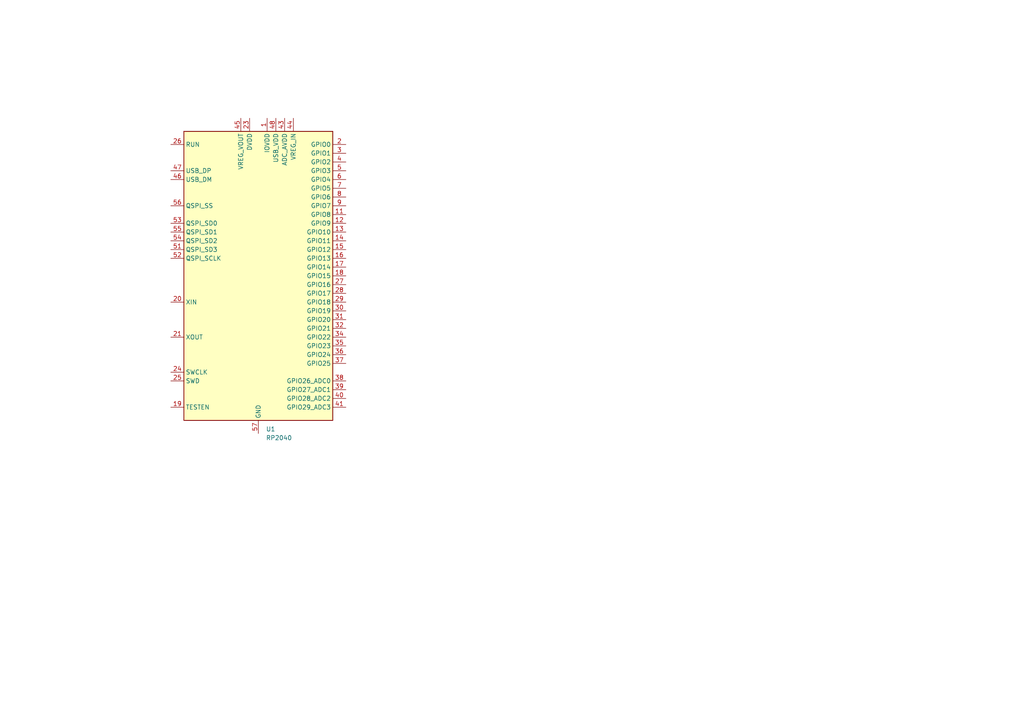
<source format=kicad_sch>
(kicad_sch (version 20231120) (generator "eeschema") (generator_version "8.0")
  (paper "A4")
  (lib_symbols
    (symbol "MCU_RaspberryPi:RP2040"
      (property "Reference" "U" (at 17.78 45.72 0))
      (property "Value" "RP2040" (at 17.78 43.18 0))
      (symbol "RP2040_0_1"
        (rectangle (start -21.59 41.91) (end 21.59 -41.91) (stroke (width 0.254)) (fill (type background)))
      )
      (symbol "RP2040_1_1"
        (pin power_in line (at 2.54 45.72 270) (length 3.81) (name "IOVDD") (number "1"))
        (pin passive line (at 2.54 45.72 270) (length 3.81) hide (name "IOVDD") (number "10"))
        (pin bidirectional line (at 25.4 17.78 180) (length 3.81) (name "GPIO8") (number "11"))
        (pin bidirectional line (at 25.4 15.24 180) (length 3.81) (name "GPIO9") (number "12"))
        (pin bidirectional line (at 25.4 12.7 180) (length 3.81) (name "GPIO10") (number "13"))
        (pin bidirectional line (at 25.4 10.16 180) (length 3.81) (name "GPIO11") (number "14"))
        (pin bidirectional line (at 25.4 7.62 180) (length 3.81) (name "GPIO12") (number "15"))
        (pin bidirectional line (at 25.4 5.08 180) (length 3.81) (name "GPIO13") (number "16"))
        (pin bidirectional line (at 25.4 2.54 180) (length 3.81) (name "GPIO14") (number "17"))
        (pin bidirectional line (at 25.4 0 180) (length 3.81) (name "GPIO15") (number "18"))
        (pin input line (at -25.4 -38.1 0) (length 3.81) (name "TESTEN") (number "19"))
        (pin bidirectional line (at 25.4 38.1 180) (length 3.81) (name "GPIO0") (number "2"))
        (pin input line (at -25.4 -7.62 0) (length 3.81) (name "XIN") (number "20"))
        (pin passive line (at -25.4 -17.78 0) (length 3.81) (name "XOUT") (number "21"))
        (pin passive line (at 2.54 45.72 270) (length 3.81) hide (name "IOVDD") (number "22"))
        (pin power_in line (at -2.54 45.72 270) (length 3.81) (name "DVDD") (number "23"))
        (pin input line (at -25.4 -27.94 0) (length 3.81) (name "SWCLK") (number "24"))
        (pin bidirectional line (at -25.4 -30.48 0) (length 3.81) (name "SWD") (number "25"))
        (pin input line (at -25.4 38.1 0) (length 3.81) (name "RUN") (number "26"))
        (pin bidirectional line (at 25.4 -2.54 180) (length 3.81) (name "GPIO16") (number "27"))
        (pin bidirectional line (at 25.4 -5.08 180) (length 3.81) (name "GPIO17") (number "28"))
        (pin bidirectional line (at 25.4 -7.62 180) (length 3.81) (name "GPIO18") (number "29"))
        (pin bidirectional line (at 25.4 35.56 180) (length 3.81) (name "GPIO1") (number "3"))
        (pin bidirectional line (at 25.4 -10.16 180) (length 3.81) (name "GPIO19") (number "30"))
        (pin bidirectional line (at 25.4 -12.7 180) (length 3.81) (name "GPIO20") (number "31"))
        (pin bidirectional line (at 25.4 -15.24 180) (length 3.81) (name "GPIO21") (number "32"))
        (pin passive line (at 2.54 45.72 270) (length 3.81) hide (name "IOVDD") (number "33"))
        (pin bidirectional line (at 25.4 -17.78 180) (length 3.81) (name "GPIO22") (number "34"))
        (pin bidirectional line (at 25.4 -20.32 180) (length 3.81) (name "GPIO23") (number "35"))
        (pin bidirectional line (at 25.4 -22.86 180) (length 3.81) (name "GPIO24") (number "36"))
        (pin bidirectional line (at 25.4 -25.4 180) (length 3.81) (name "GPIO25") (number "37"))
        (pin bidirectional line (at 25.4 -30.48 180) (length 3.81) (name "GPIO26_ADC0") (number "38"))
        (pin bidirectional line (at 25.4 -33.02 180) (length 3.81) (name "GPIO27_ADC1") (number "39"))
        (pin bidirectional line (at 25.4 33.02 180) (length 3.81) (name "GPIO2") (number "4"))
        (pin bidirectional line (at 25.4 -35.56 180) (length 3.81) (name "GPIO28_ADC2") (number "40"))
        (pin bidirectional line (at 25.4 -38.1 180) (length 3.81) (name "GPIO29_ADC3") (number "41"))
        (pin passive line (at 2.54 45.72 270) (length 3.81) hide (name "IOVDD") (number "42"))
        (pin power_in line (at 7.62 45.72 270) (length 3.81) (name "ADC_AVDD") (number "43"))
        (pin power_in line (at 10.16 45.72 270) (length 3.81) (name "VREG_IN") (number "44"))
        (pin power_out line (at -5.08 45.72 270) (length 3.81) (name "VREG_VOUT") (number "45"))
        (pin bidirectional line (at -25.4 27.94 0) (length 3.81) (name "USB_DM") (number "46"))
        (pin bidirectional line (at -25.4 30.48 0) (length 3.81) (name "USB_DP") (number "47"))
        (pin power_in line (at 5.08 45.72 270) (length 3.81) (name "USB_VDD") (number "48"))
        (pin passive line (at 2.54 45.72 270) (length 3.81) hide (name "IOVDD") (number "49"))
        (pin bidirectional line (at 25.4 30.48 180) (length 3.81) (name "GPIO3") (number "5"))
        (pin passive line (at -2.54 45.72 270) (length 3.81) hide (name "DVDD") (number "50"))
        (pin bidirectional line (at -25.4 7.62 0) (length 3.81) (name "QSPI_SD3") (number "51"))
        (pin output line (at -25.4 5.08 0) (length 3.81) (name "QSPI_SCLK") (number "52"))
        (pin bidirectional line (at -25.4 15.24 0) (length 3.81) (name "QSPI_SD0") (number "53"))
        (pin bidirectional line (at -25.4 10.16 0) (length 3.81) (name "QSPI_SD2") (number "54"))
        (pin bidirectional line (at -25.4 12.7 0) (length 3.81) (name "QSPI_SD1") (number "55"))
        (pin bidirectional line (at -25.4 20.32 0) (length 3.81) (name "QSPI_SS") (number "56"))
        (pin power_in line (at 0 -45.72 90) (length 3.81) (name "GND") (number "57"))
        (pin bidirectional line (at 25.4 27.94 180) (length 3.81) (name "GPIO4") (number "6"))
        (pin bidirectional line (at 25.4 25.4 180) (length 3.81) (name "GPIO5") (number "7"))
        (pin bidirectional line (at 25.4 22.86 180) (length 3.81) (name "GPIO6") (number "8"))
        (pin bidirectional line (at 25.4 20.32 180) (length 3.81) (name "GPIO7") (number "9"))
      )
    )
  )
  (symbol (lib_id "MCU_RaspberryPi:RP2040") (at 74.93 80.01 0) (unit 1)
    (property "Reference" "U1" (at 77.1241 124.46 0) (effects (justify left)))
    (property "Value" "RP2040" (at 77.1241 127 0) (effects (justify left)))
    (property "Footprint" "Package_DFN_QFN:QFN-56-1EP_7x7mm_P0.4mm_EP3.2x3.2mm" (effects (hide yes)))
    (property "Datasheet" "https://datasheets.raspberrypi.com/rp2040/rp2040-datasheet.pdf" (effects (hide yes)))
    (property "Description" "A microcontroller by Raspberry Pi" (effects (hide yes)))
  )
)
</source>
